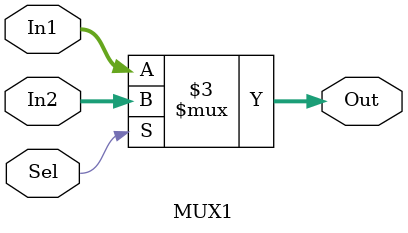
<source format=v>
`timescale 1ns / 1ps


module MUX1 (
    input [7:0] In1,   // 8-bit input 1
    input [7:0] In2,   // 8-bit input 2
    input Sel,         // 1-bit select signal
    output reg [7:0] Out  // 8-bit output
);

    // Always block for combinational logic
    always @(*) begin
        if (Sel) begin
            Out = In2;  // If Sel is 1, select In2
        end else begin
            Out = In1;  // If Sel is 0, select In1
        end
    end

endmodule



</source>
